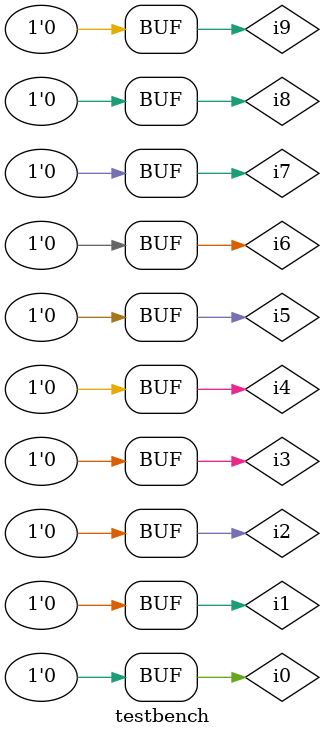
<source format=v>
module testbench();
    reg      i0, i1, i2, i3, i4, i5, i6, i7, i8, i9;
    wire [3:0]out;

    encoder_dec_to_BCD ag(out, i0, i1, i2, i3, i4, i5, i6, i7, i8, i9);

    initial begin
        i0 = 1'b1; i1 = 1'b0; i2 = 1'b0; i3 = 1'b0; i4 = 1'b0; i5 = 1'b0; i6 = 1'b0; i7 = 1'b0; i8 = 1'b0; i9 = 1'b0;
        #20 i0 = 1'b0; i1 = 1'b1;
        #20 i1 = 1'b0; i2 = 1'b1;
        #20 i2 = 1'b0; i3 = 1'b1;
        #20 i3 = 1'b0; i4 = 1'b1;
        #20 i4 = 1'b0; i5 = 1'b1;
        #20 i5 = 1'b0; i6 = 1'b1;
        #20 i6 = 1'b0; i7 = 1'b1;
        #20 i7 = 1'b0; i8 = 1'b1;
        #20 i8 = 1'b0; i9 = 1'b1;
        #20 i9 = 1'b0;
    end
endmodule
</source>
